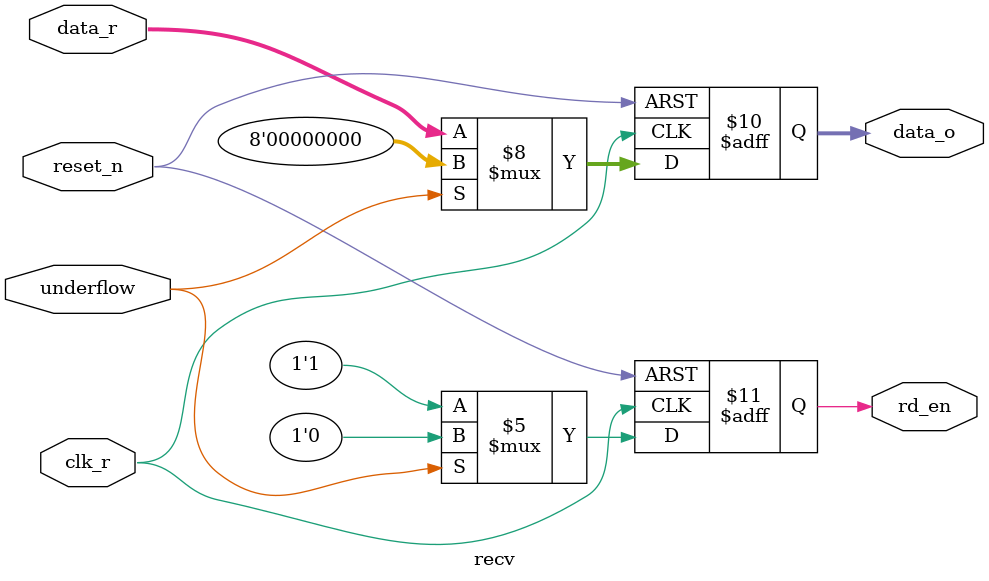
<source format=v>
module recv(
    input                   clk_r,
    input                   reset_n,
    input                   underflow,           

    input          [7:0]    data_r,
    output  reg    [7:0]    data_o,
    output  reg             rd_en
);

always@(posedge clk_r or negedge reset_n)begin
    if(!reset_n)begin
        data_o  <= 8'd0;
        rd_en   <= 1'd1;
    end
    else begin
        if(underflow != 1 )begin
            data_o  <=  data_r;
            rd_en   <=  1'd1;
        end
        else begin
            data_o  <=  8'd0;
            rd_en   <=  1'd0;  
        end
    end
end

endmodule
</source>
